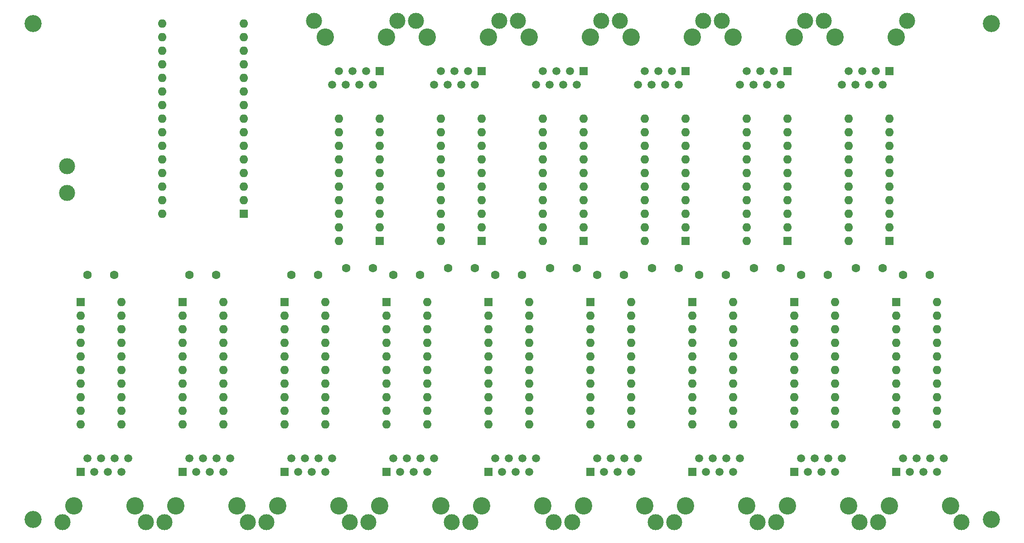
<source format=gbr>
%TF.GenerationSoftware,KiCad,Pcbnew,(5.1.10)-1*%
%TF.CreationDate,2021-12-15T14:13:16+00:00*%
%TF.ProjectId,SCOREBOARD,53434f52-4542-44f4-9152-442e6b696361,rev?*%
%TF.SameCoordinates,Original*%
%TF.FileFunction,Soldermask,Top*%
%TF.FilePolarity,Negative*%
%FSLAX46Y46*%
G04 Gerber Fmt 4.6, Leading zero omitted, Abs format (unit mm)*
G04 Created by KiCad (PCBNEW (5.1.10)-1) date 2021-12-15 14:13:16*
%MOMM*%
%LPD*%
G01*
G04 APERTURE LIST*
%ADD10C,3.200000*%
%ADD11O,1.600000X1.600000*%
%ADD12R,1.600000X1.600000*%
%ADD13C,3.000000*%
%ADD14C,3.250000*%
%ADD15C,1.500000*%
%ADD16R,1.500000X1.500000*%
%ADD17C,1.600000*%
G04 APERTURE END LIST*
D10*
%TO.C,MOUNT*%
X213360000Y-114300000D03*
%TD*%
%TO.C,MOUNT*%
X34290000Y-114300000D03*
%TD*%
%TO.C,MOUNT*%
X34290000Y-207010000D03*
%TD*%
D11*
%TO.C,U15*%
X91440000Y-154940000D03*
X99060000Y-132080000D03*
X91440000Y-152400000D03*
X99060000Y-134620000D03*
X91440000Y-149860000D03*
X99060000Y-137160000D03*
X91440000Y-147320000D03*
X99060000Y-139700000D03*
X91440000Y-144780000D03*
X99060000Y-142240000D03*
X91440000Y-142240000D03*
X99060000Y-144780000D03*
X91440000Y-139700000D03*
X99060000Y-147320000D03*
X91440000Y-137160000D03*
X99060000Y-149860000D03*
X91440000Y-134620000D03*
X99060000Y-152400000D03*
X91440000Y-132080000D03*
D12*
X99060000Y-154940000D03*
%TD*%
D11*
%TO.C,U14*%
X110490000Y-154940000D03*
X118110000Y-132080000D03*
X110490000Y-152400000D03*
X118110000Y-134620000D03*
X110490000Y-149860000D03*
X118110000Y-137160000D03*
X110490000Y-147320000D03*
X118110000Y-139700000D03*
X110490000Y-144780000D03*
X118110000Y-142240000D03*
X110490000Y-142240000D03*
X118110000Y-144780000D03*
X110490000Y-139700000D03*
X118110000Y-147320000D03*
X110490000Y-137160000D03*
X118110000Y-149860000D03*
X110490000Y-134620000D03*
X118110000Y-152400000D03*
X110490000Y-132080000D03*
D12*
X118110000Y-154940000D03*
%TD*%
D11*
%TO.C,U13*%
X129540000Y-154940000D03*
X137160000Y-132080000D03*
X129540000Y-152400000D03*
X137160000Y-134620000D03*
X129540000Y-149860000D03*
X137160000Y-137160000D03*
X129540000Y-147320000D03*
X137160000Y-139700000D03*
X129540000Y-144780000D03*
X137160000Y-142240000D03*
X129540000Y-142240000D03*
X137160000Y-144780000D03*
X129540000Y-139700000D03*
X137160000Y-147320000D03*
X129540000Y-137160000D03*
X137160000Y-149860000D03*
X129540000Y-134620000D03*
X137160000Y-152400000D03*
X129540000Y-132080000D03*
D12*
X137160000Y-154940000D03*
%TD*%
D11*
%TO.C,U12*%
X148590000Y-154940000D03*
X156210000Y-132080000D03*
X148590000Y-152400000D03*
X156210000Y-134620000D03*
X148590000Y-149860000D03*
X156210000Y-137160000D03*
X148590000Y-147320000D03*
X156210000Y-139700000D03*
X148590000Y-144780000D03*
X156210000Y-142240000D03*
X148590000Y-142240000D03*
X156210000Y-144780000D03*
X148590000Y-139700000D03*
X156210000Y-147320000D03*
X148590000Y-137160000D03*
X156210000Y-149860000D03*
X148590000Y-134620000D03*
X156210000Y-152400000D03*
X148590000Y-132080000D03*
D12*
X156210000Y-154940000D03*
%TD*%
D11*
%TO.C,U11*%
X167640000Y-154940000D03*
X175260000Y-132080000D03*
X167640000Y-152400000D03*
X175260000Y-134620000D03*
X167640000Y-149860000D03*
X175260000Y-137160000D03*
X167640000Y-147320000D03*
X175260000Y-139700000D03*
X167640000Y-144780000D03*
X175260000Y-142240000D03*
X167640000Y-142240000D03*
X175260000Y-144780000D03*
X167640000Y-139700000D03*
X175260000Y-147320000D03*
X167640000Y-137160000D03*
X175260000Y-149860000D03*
X167640000Y-134620000D03*
X175260000Y-152400000D03*
X167640000Y-132080000D03*
D12*
X175260000Y-154940000D03*
%TD*%
D11*
%TO.C,U10*%
X186690000Y-154940000D03*
X194310000Y-132080000D03*
X186690000Y-152400000D03*
X194310000Y-134620000D03*
X186690000Y-149860000D03*
X194310000Y-137160000D03*
X186690000Y-147320000D03*
X194310000Y-139700000D03*
X186690000Y-144780000D03*
X194310000Y-142240000D03*
X186690000Y-142240000D03*
X194310000Y-144780000D03*
X186690000Y-139700000D03*
X194310000Y-147320000D03*
X186690000Y-137160000D03*
X194310000Y-149860000D03*
X186690000Y-134620000D03*
X194310000Y-152400000D03*
X186690000Y-132080000D03*
D12*
X194310000Y-154940000D03*
%TD*%
D11*
%TO.C,U9*%
X203200000Y-166370000D03*
X195580000Y-189230000D03*
X203200000Y-168910000D03*
X195580000Y-186690000D03*
X203200000Y-171450000D03*
X195580000Y-184150000D03*
X203200000Y-173990000D03*
X195580000Y-181610000D03*
X203200000Y-176530000D03*
X195580000Y-179070000D03*
X203200000Y-179070000D03*
X195580000Y-176530000D03*
X203200000Y-181610000D03*
X195580000Y-173990000D03*
X203200000Y-184150000D03*
X195580000Y-171450000D03*
X203200000Y-186690000D03*
X195580000Y-168910000D03*
X203200000Y-189230000D03*
D12*
X195580000Y-166370000D03*
%TD*%
D11*
%TO.C,U8*%
X184150000Y-166370000D03*
X176530000Y-189230000D03*
X184150000Y-168910000D03*
X176530000Y-186690000D03*
X184150000Y-171450000D03*
X176530000Y-184150000D03*
X184150000Y-173990000D03*
X176530000Y-181610000D03*
X184150000Y-176530000D03*
X176530000Y-179070000D03*
X184150000Y-179070000D03*
X176530000Y-176530000D03*
X184150000Y-181610000D03*
X176530000Y-173990000D03*
X184150000Y-184150000D03*
X176530000Y-171450000D03*
X184150000Y-186690000D03*
X176530000Y-168910000D03*
X184150000Y-189230000D03*
D12*
X176530000Y-166370000D03*
%TD*%
D11*
%TO.C,U7*%
X165100000Y-166370000D03*
X157480000Y-189230000D03*
X165100000Y-168910000D03*
X157480000Y-186690000D03*
X165100000Y-171450000D03*
X157480000Y-184150000D03*
X165100000Y-173990000D03*
X157480000Y-181610000D03*
X165100000Y-176530000D03*
X157480000Y-179070000D03*
X165100000Y-179070000D03*
X157480000Y-176530000D03*
X165100000Y-181610000D03*
X157480000Y-173990000D03*
X165100000Y-184150000D03*
X157480000Y-171450000D03*
X165100000Y-186690000D03*
X157480000Y-168910000D03*
X165100000Y-189230000D03*
D12*
X157480000Y-166370000D03*
%TD*%
D11*
%TO.C,U6*%
X146050000Y-166370000D03*
X138430000Y-189230000D03*
X146050000Y-168910000D03*
X138430000Y-186690000D03*
X146050000Y-171450000D03*
X138430000Y-184150000D03*
X146050000Y-173990000D03*
X138430000Y-181610000D03*
X146050000Y-176530000D03*
X138430000Y-179070000D03*
X146050000Y-179070000D03*
X138430000Y-176530000D03*
X146050000Y-181610000D03*
X138430000Y-173990000D03*
X146050000Y-184150000D03*
X138430000Y-171450000D03*
X146050000Y-186690000D03*
X138430000Y-168910000D03*
X146050000Y-189230000D03*
D12*
X138430000Y-166370000D03*
%TD*%
D11*
%TO.C,U5*%
X127000000Y-166370000D03*
X119380000Y-189230000D03*
X127000000Y-168910000D03*
X119380000Y-186690000D03*
X127000000Y-171450000D03*
X119380000Y-184150000D03*
X127000000Y-173990000D03*
X119380000Y-181610000D03*
X127000000Y-176530000D03*
X119380000Y-179070000D03*
X127000000Y-179070000D03*
X119380000Y-176530000D03*
X127000000Y-181610000D03*
X119380000Y-173990000D03*
X127000000Y-184150000D03*
X119380000Y-171450000D03*
X127000000Y-186690000D03*
X119380000Y-168910000D03*
X127000000Y-189230000D03*
D12*
X119380000Y-166370000D03*
%TD*%
D11*
%TO.C,U4*%
X107950000Y-166370000D03*
X100330000Y-189230000D03*
X107950000Y-168910000D03*
X100330000Y-186690000D03*
X107950000Y-171450000D03*
X100330000Y-184150000D03*
X107950000Y-173990000D03*
X100330000Y-181610000D03*
X107950000Y-176530000D03*
X100330000Y-179070000D03*
X107950000Y-179070000D03*
X100330000Y-176530000D03*
X107950000Y-181610000D03*
X100330000Y-173990000D03*
X107950000Y-184150000D03*
X100330000Y-171450000D03*
X107950000Y-186690000D03*
X100330000Y-168910000D03*
X107950000Y-189230000D03*
D12*
X100330000Y-166370000D03*
%TD*%
D11*
%TO.C,U3*%
X88900000Y-166370000D03*
X81280000Y-189230000D03*
X88900000Y-168910000D03*
X81280000Y-186690000D03*
X88900000Y-171450000D03*
X81280000Y-184150000D03*
X88900000Y-173990000D03*
X81280000Y-181610000D03*
X88900000Y-176530000D03*
X81280000Y-179070000D03*
X88900000Y-179070000D03*
X81280000Y-176530000D03*
X88900000Y-181610000D03*
X81280000Y-173990000D03*
X88900000Y-184150000D03*
X81280000Y-171450000D03*
X88900000Y-186690000D03*
X81280000Y-168910000D03*
X88900000Y-189230000D03*
D12*
X81280000Y-166370000D03*
%TD*%
D11*
%TO.C,U2*%
X69850000Y-166370000D03*
X62230000Y-189230000D03*
X69850000Y-168910000D03*
X62230000Y-186690000D03*
X69850000Y-171450000D03*
X62230000Y-184150000D03*
X69850000Y-173990000D03*
X62230000Y-181610000D03*
X69850000Y-176530000D03*
X62230000Y-179070000D03*
X69850000Y-179070000D03*
X62230000Y-176530000D03*
X69850000Y-181610000D03*
X62230000Y-173990000D03*
X69850000Y-184150000D03*
X62230000Y-171450000D03*
X69850000Y-186690000D03*
X62230000Y-168910000D03*
X69850000Y-189230000D03*
D12*
X62230000Y-166370000D03*
%TD*%
D11*
%TO.C,U1*%
X50800000Y-166370000D03*
X43180000Y-189230000D03*
X50800000Y-168910000D03*
X43180000Y-186690000D03*
X50800000Y-171450000D03*
X43180000Y-184150000D03*
X50800000Y-173990000D03*
X43180000Y-181610000D03*
X50800000Y-176530000D03*
X43180000Y-179070000D03*
X50800000Y-179070000D03*
X43180000Y-176530000D03*
X50800000Y-181610000D03*
X43180000Y-173990000D03*
X50800000Y-184150000D03*
X43180000Y-171450000D03*
X50800000Y-186690000D03*
X43180000Y-168910000D03*
X50800000Y-189230000D03*
D12*
X43180000Y-166370000D03*
%TD*%
D10*
%TO.C,MOUNT*%
X213360000Y-207010000D03*
%TD*%
D13*
%TO.C,J16*%
X40640000Y-146010000D03*
X40640000Y-141010000D03*
%TD*%
D14*
%TO.C,J1*%
X53340000Y-204470000D03*
D13*
X55395000Y-207520000D03*
D14*
X41910000Y-204470000D03*
D15*
X45720000Y-198120000D03*
X48260000Y-198120000D03*
X46990000Y-195580000D03*
X50800000Y-198120000D03*
D16*
X43180000Y-198120000D03*
D15*
X44450000Y-195580000D03*
D13*
X39855000Y-207520000D03*
D15*
X52070000Y-195580000D03*
X49530000Y-195580000D03*
%TD*%
D14*
%TO.C,J15*%
X88900000Y-116840000D03*
D13*
X86845000Y-113790000D03*
D14*
X100330000Y-116840000D03*
D15*
X96520000Y-123190000D03*
X93980000Y-123190000D03*
X95250000Y-125730000D03*
X91440000Y-123190000D03*
D16*
X99060000Y-123190000D03*
D15*
X97790000Y-125730000D03*
D13*
X102385000Y-113790000D03*
D15*
X90170000Y-125730000D03*
X92710000Y-125730000D03*
%TD*%
%TO.C,J14*%
X111760000Y-125730000D03*
X109220000Y-125730000D03*
D13*
X121435000Y-113790000D03*
D15*
X116840000Y-125730000D03*
D16*
X118110000Y-123190000D03*
D15*
X110490000Y-123190000D03*
X114300000Y-125730000D03*
X113030000Y-123190000D03*
X115570000Y-123190000D03*
D14*
X119380000Y-116840000D03*
D13*
X105895000Y-113790000D03*
D14*
X107950000Y-116840000D03*
%TD*%
D15*
%TO.C,J13*%
X130810000Y-125730000D03*
X128270000Y-125730000D03*
D13*
X140485000Y-113790000D03*
D15*
X135890000Y-125730000D03*
D16*
X137160000Y-123190000D03*
D15*
X129540000Y-123190000D03*
X133350000Y-125730000D03*
X132080000Y-123190000D03*
X134620000Y-123190000D03*
D14*
X138430000Y-116840000D03*
D13*
X124945000Y-113790000D03*
D14*
X127000000Y-116840000D03*
%TD*%
D15*
%TO.C,J12*%
X149860000Y-125730000D03*
X147320000Y-125730000D03*
D13*
X159535000Y-113790000D03*
D15*
X154940000Y-125730000D03*
D16*
X156210000Y-123190000D03*
D15*
X148590000Y-123190000D03*
X152400000Y-125730000D03*
X151130000Y-123190000D03*
X153670000Y-123190000D03*
D14*
X157480000Y-116840000D03*
D13*
X143995000Y-113790000D03*
D14*
X146050000Y-116840000D03*
%TD*%
D15*
%TO.C,J11*%
X168910000Y-125730000D03*
X166370000Y-125730000D03*
D13*
X178585000Y-113790000D03*
D15*
X173990000Y-125730000D03*
D16*
X175260000Y-123190000D03*
D15*
X167640000Y-123190000D03*
X171450000Y-125730000D03*
X170180000Y-123190000D03*
X172720000Y-123190000D03*
D14*
X176530000Y-116840000D03*
D13*
X163045000Y-113790000D03*
D14*
X165100000Y-116840000D03*
%TD*%
D15*
%TO.C,J10*%
X187960000Y-125730000D03*
X185420000Y-125730000D03*
D13*
X197635000Y-113790000D03*
D15*
X193040000Y-125730000D03*
D16*
X194310000Y-123190000D03*
D15*
X186690000Y-123190000D03*
X190500000Y-125730000D03*
X189230000Y-123190000D03*
X191770000Y-123190000D03*
D14*
X195580000Y-116840000D03*
D13*
X182095000Y-113790000D03*
D14*
X184150000Y-116840000D03*
%TD*%
D15*
%TO.C,J9*%
X201930000Y-195580000D03*
X204470000Y-195580000D03*
D13*
X192255000Y-207520000D03*
D15*
X196850000Y-195580000D03*
D16*
X195580000Y-198120000D03*
D15*
X203200000Y-198120000D03*
X199390000Y-195580000D03*
X200660000Y-198120000D03*
X198120000Y-198120000D03*
D14*
X194310000Y-204470000D03*
D13*
X207795000Y-207520000D03*
D14*
X205740000Y-204470000D03*
%TD*%
D15*
%TO.C,J8*%
X182880000Y-195580000D03*
X185420000Y-195580000D03*
D13*
X173205000Y-207520000D03*
D15*
X177800000Y-195580000D03*
D16*
X176530000Y-198120000D03*
D15*
X184150000Y-198120000D03*
X180340000Y-195580000D03*
X181610000Y-198120000D03*
X179070000Y-198120000D03*
D14*
X175260000Y-204470000D03*
D13*
X188745000Y-207520000D03*
D14*
X186690000Y-204470000D03*
%TD*%
D15*
%TO.C,J7*%
X163830000Y-195580000D03*
X166370000Y-195580000D03*
D13*
X154155000Y-207520000D03*
D15*
X158750000Y-195580000D03*
D16*
X157480000Y-198120000D03*
D15*
X165100000Y-198120000D03*
X161290000Y-195580000D03*
X162560000Y-198120000D03*
X160020000Y-198120000D03*
D14*
X156210000Y-204470000D03*
D13*
X169695000Y-207520000D03*
D14*
X167640000Y-204470000D03*
%TD*%
D15*
%TO.C,J6*%
X144780000Y-195580000D03*
X147320000Y-195580000D03*
D13*
X135105000Y-207520000D03*
D15*
X139700000Y-195580000D03*
D16*
X138430000Y-198120000D03*
D15*
X146050000Y-198120000D03*
X142240000Y-195580000D03*
X143510000Y-198120000D03*
X140970000Y-198120000D03*
D14*
X137160000Y-204470000D03*
D13*
X150645000Y-207520000D03*
D14*
X148590000Y-204470000D03*
%TD*%
D15*
%TO.C,J5*%
X125730000Y-195580000D03*
X128270000Y-195580000D03*
D13*
X116055000Y-207520000D03*
D15*
X120650000Y-195580000D03*
D16*
X119380000Y-198120000D03*
D15*
X127000000Y-198120000D03*
X123190000Y-195580000D03*
X124460000Y-198120000D03*
X121920000Y-198120000D03*
D14*
X118110000Y-204470000D03*
D13*
X131595000Y-207520000D03*
D14*
X129540000Y-204470000D03*
%TD*%
D15*
%TO.C,J4*%
X106680000Y-195580000D03*
X109220000Y-195580000D03*
D13*
X97005000Y-207520000D03*
D15*
X101600000Y-195580000D03*
D16*
X100330000Y-198120000D03*
D15*
X107950000Y-198120000D03*
X104140000Y-195580000D03*
X105410000Y-198120000D03*
X102870000Y-198120000D03*
D14*
X99060000Y-204470000D03*
D13*
X112545000Y-207520000D03*
D14*
X110490000Y-204470000D03*
%TD*%
%TO.C,J3*%
X91440000Y-204470000D03*
D13*
X93495000Y-207520000D03*
D14*
X80010000Y-204470000D03*
D15*
X83820000Y-198120000D03*
X86360000Y-198120000D03*
X85090000Y-195580000D03*
X88900000Y-198120000D03*
D16*
X81280000Y-198120000D03*
D15*
X82550000Y-195580000D03*
D13*
X77955000Y-207520000D03*
D15*
X90170000Y-195580000D03*
X87630000Y-195580000D03*
%TD*%
D14*
%TO.C,J2*%
X72390000Y-204470000D03*
D13*
X74445000Y-207520000D03*
D14*
X60960000Y-204470000D03*
D15*
X64770000Y-198120000D03*
X67310000Y-198120000D03*
X66040000Y-195580000D03*
X69850000Y-198120000D03*
D16*
X62230000Y-198120000D03*
D15*
X63500000Y-195580000D03*
D13*
X58905000Y-207520000D03*
D15*
X71120000Y-195580000D03*
X68580000Y-195580000D03*
%TD*%
D17*
%TO.C,C15*%
X92790000Y-160020000D03*
X97790000Y-160020000D03*
%TD*%
%TO.C,C14*%
X111840000Y-160020000D03*
X116840000Y-160020000D03*
%TD*%
%TO.C,C13*%
X130890000Y-160020000D03*
X135890000Y-160020000D03*
%TD*%
%TO.C,C12*%
X149940000Y-160020000D03*
X154940000Y-160020000D03*
%TD*%
%TO.C,C11*%
X168990000Y-160020000D03*
X173990000Y-160020000D03*
%TD*%
%TO.C,C10*%
X188040000Y-160020000D03*
X193040000Y-160020000D03*
%TD*%
%TO.C,C9*%
X201850000Y-161290000D03*
X196850000Y-161290000D03*
%TD*%
%TO.C,C8*%
X182800000Y-161290000D03*
X177800000Y-161290000D03*
%TD*%
%TO.C,C7*%
X163750000Y-161290000D03*
X158750000Y-161290000D03*
%TD*%
%TO.C,C6*%
X144700000Y-161290000D03*
X139700000Y-161290000D03*
%TD*%
%TO.C,C5*%
X125650000Y-161290000D03*
X120650000Y-161290000D03*
%TD*%
%TO.C,C4*%
X106600000Y-161290000D03*
X101600000Y-161290000D03*
%TD*%
%TO.C,C3*%
X87550000Y-161290000D03*
X82550000Y-161290000D03*
%TD*%
%TO.C,C2*%
X68500000Y-161290000D03*
X63500000Y-161290000D03*
%TD*%
%TO.C,C1*%
X49450000Y-161290000D03*
X44450000Y-161290000D03*
%TD*%
D11*
%TO.C,A1*%
X58420000Y-114300000D03*
X73660000Y-114300000D03*
X58420000Y-149860000D03*
X73660000Y-116840000D03*
X58420000Y-147320000D03*
X73660000Y-119380000D03*
X58420000Y-144780000D03*
X73660000Y-121920000D03*
X58420000Y-142240000D03*
X73660000Y-124460000D03*
X58420000Y-139700000D03*
X73660000Y-127000000D03*
X58420000Y-137160000D03*
X73660000Y-129540000D03*
X58420000Y-134620000D03*
X73660000Y-132080000D03*
X58420000Y-132080000D03*
X73660000Y-134620000D03*
X58420000Y-129540000D03*
X73660000Y-137160000D03*
X58420000Y-127000000D03*
X73660000Y-139700000D03*
X58420000Y-124460000D03*
X73660000Y-142240000D03*
X58420000Y-121920000D03*
X73660000Y-144780000D03*
X58420000Y-119380000D03*
X73660000Y-147320000D03*
X58420000Y-116840000D03*
D12*
X73660000Y-149860000D03*
%TD*%
M02*

</source>
